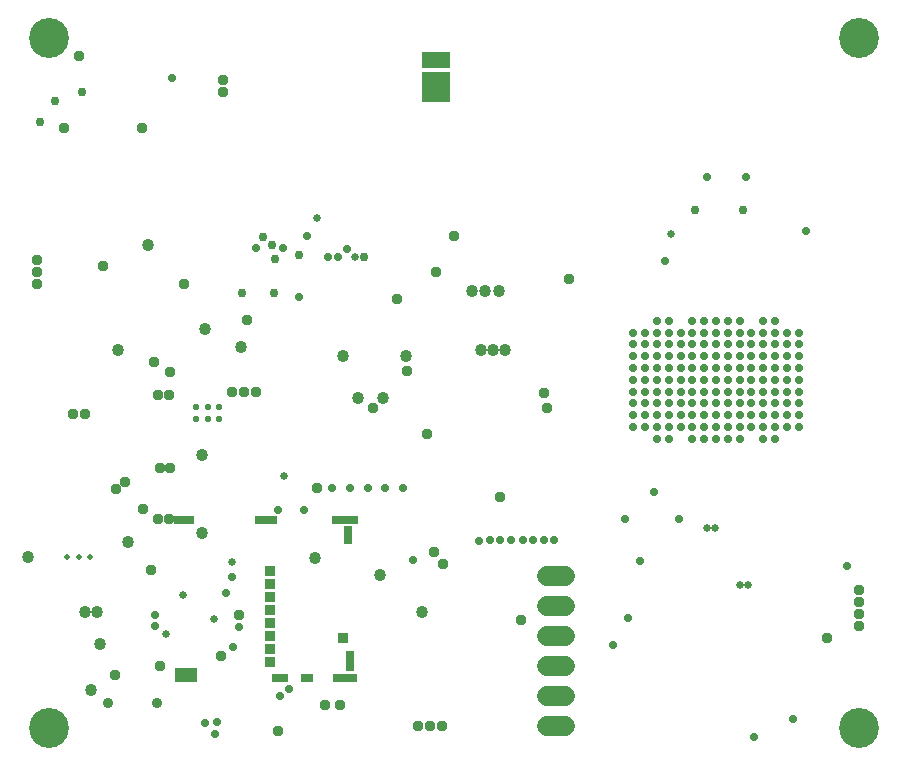
<source format=gbs>
G75*
%MOIN*%
%OFA0B0*%
%FSLAX25Y25*%
%IPPOS*%
%LPD*%
%AMOC8*
5,1,8,0,0,1.08239X$1,22.5*
%
%ADD10C,0.13300*%
%ADD11C,0.02769*%
%ADD12C,0.06800*%
%ADD13R,0.09461X0.09855*%
%ADD14R,0.09461X0.05524*%
%ADD15C,0.02867*%
%ADD16C,0.02276*%
%ADD17C,0.02000*%
%ADD18R,0.03556X0.03320*%
%ADD19R,0.06509X0.03044*%
%ADD20R,0.07296X0.02847*%
%ADD21R,0.08517X0.03044*%
%ADD22R,0.02572X0.05918*%
%ADD23R,0.03556X0.03556*%
%ADD24R,0.02965X0.06902*%
%ADD25R,0.08083X0.03044*%
%ADD26R,0.04028X0.02847*%
%ADD27R,0.05328X0.02847*%
%ADD28R,0.07493X0.04776*%
%ADD29C,0.03556*%
%ADD30C,0.04048*%
%ADD31C,0.02572*%
%ADD32C,0.03753*%
%ADD33C,0.02965*%
D10*
X0012050Y0012374D03*
X0012050Y0242374D03*
X0282050Y0242374D03*
X0282050Y0012374D03*
D11*
X0053050Y0228917D03*
D12*
X0178050Y0062874D02*
X0184050Y0062874D01*
X0184050Y0052874D02*
X0178050Y0052874D01*
X0178050Y0042874D02*
X0184050Y0042874D01*
X0184050Y0032874D02*
X0178050Y0032874D01*
X0178050Y0022874D02*
X0184050Y0022874D01*
X0184050Y0012874D02*
X0178050Y0012874D01*
D13*
X0141050Y0226028D03*
D14*
X0141050Y0234886D03*
D15*
X0098050Y0176374D03*
X0090050Y0172374D03*
X0081050Y0172374D03*
X0095550Y0155874D03*
X0105050Y0169374D03*
X0108550Y0169374D03*
X0111550Y0171874D03*
X0112550Y0092374D03*
X0106550Y0092374D03*
X0118550Y0092374D03*
X0124050Y0092374D03*
X0130050Y0092374D03*
X0155550Y0074741D03*
X0159050Y0074874D03*
X0162550Y0074874D03*
X0166050Y0074874D03*
X0170050Y0074874D03*
X0173550Y0074874D03*
X0177050Y0074874D03*
X0180550Y0074874D03*
X0204050Y0081874D03*
X0213727Y0090874D03*
X0222050Y0081874D03*
X0209050Y0067874D03*
X0205050Y0048874D03*
X0200050Y0039874D03*
X0247050Y0009374D03*
X0260050Y0015374D03*
X0278050Y0066374D03*
X0254235Y0108689D03*
X0250298Y0108689D03*
X0250298Y0112626D03*
X0246361Y0112626D03*
X0242424Y0112626D03*
X0242424Y0116563D03*
X0246361Y0116563D03*
X0250298Y0116563D03*
X0250298Y0120500D03*
X0246361Y0120500D03*
X0242424Y0120500D03*
X0242424Y0124437D03*
X0246361Y0124437D03*
X0250298Y0124437D03*
X0250298Y0128374D03*
X0246361Y0128374D03*
X0242424Y0128374D03*
X0242424Y0132311D03*
X0246361Y0132311D03*
X0250298Y0132311D03*
X0250298Y0136248D03*
X0246361Y0136248D03*
X0242424Y0136248D03*
X0238487Y0136248D03*
X0234550Y0136248D03*
X0230613Y0136248D03*
X0230613Y0132311D03*
X0230613Y0128374D03*
X0234550Y0128374D03*
X0238487Y0128374D03*
X0238487Y0132311D03*
X0234550Y0132311D03*
X0234550Y0124437D03*
X0234550Y0120500D03*
X0230613Y0120500D03*
X0230613Y0124437D03*
X0226676Y0124437D03*
X0226676Y0120500D03*
X0222739Y0120500D03*
X0222739Y0124437D03*
X0218802Y0124437D03*
X0218802Y0120500D03*
X0218802Y0116563D03*
X0222739Y0116563D03*
X0226676Y0116563D03*
X0226676Y0112626D03*
X0222739Y0112626D03*
X0218802Y0112626D03*
X0218802Y0108689D03*
X0214865Y0108689D03*
X0214865Y0112626D03*
X0214865Y0116563D03*
X0210928Y0116563D03*
X0210928Y0112626D03*
X0206991Y0112626D03*
X0206991Y0116563D03*
X0206991Y0120500D03*
X0210928Y0120500D03*
X0214865Y0120500D03*
X0214865Y0124437D03*
X0210928Y0124437D03*
X0206991Y0124437D03*
X0206991Y0128374D03*
X0210928Y0128374D03*
X0214865Y0128374D03*
X0214865Y0132311D03*
X0210928Y0132311D03*
X0206991Y0132311D03*
X0206991Y0136248D03*
X0210928Y0136248D03*
X0214865Y0136248D03*
X0218802Y0136248D03*
X0222739Y0136248D03*
X0226676Y0136248D03*
X0226676Y0132311D03*
X0226676Y0128374D03*
X0222739Y0128374D03*
X0222739Y0132311D03*
X0218802Y0132311D03*
X0218802Y0128374D03*
X0218802Y0140185D03*
X0222739Y0140185D03*
X0226676Y0140185D03*
X0226676Y0144122D03*
X0222739Y0144122D03*
X0218802Y0144122D03*
X0214865Y0144122D03*
X0214865Y0140185D03*
X0210928Y0140185D03*
X0210928Y0144122D03*
X0206991Y0144122D03*
X0206991Y0140185D03*
X0214865Y0148059D03*
X0218802Y0148059D03*
X0226676Y0148059D03*
X0230613Y0148059D03*
X0234550Y0148059D03*
X0238487Y0148059D03*
X0238487Y0144122D03*
X0238487Y0140185D03*
X0234550Y0140185D03*
X0230613Y0140185D03*
X0230613Y0144122D03*
X0234550Y0144122D03*
X0242424Y0144122D03*
X0242424Y0140185D03*
X0246361Y0140185D03*
X0250298Y0140185D03*
X0250298Y0144122D03*
X0246361Y0144122D03*
X0242424Y0148059D03*
X0250298Y0148059D03*
X0254235Y0148059D03*
X0254235Y0144122D03*
X0254235Y0140185D03*
X0258172Y0140185D03*
X0258172Y0144122D03*
X0262109Y0144122D03*
X0262109Y0140185D03*
X0262109Y0136248D03*
X0258172Y0136248D03*
X0254235Y0136248D03*
X0254235Y0132311D03*
X0254235Y0128374D03*
X0258172Y0128374D03*
X0258172Y0132311D03*
X0262109Y0132311D03*
X0262109Y0128374D03*
X0262109Y0124437D03*
X0258172Y0124437D03*
X0254235Y0124437D03*
X0254235Y0120500D03*
X0258172Y0120500D03*
X0262109Y0120500D03*
X0262109Y0116563D03*
X0258172Y0116563D03*
X0254235Y0116563D03*
X0254235Y0112626D03*
X0258172Y0112626D03*
X0262109Y0112626D03*
X0242424Y0108689D03*
X0238487Y0108689D03*
X0234550Y0108689D03*
X0230613Y0108689D03*
X0230613Y0112626D03*
X0230613Y0116563D03*
X0234550Y0116563D03*
X0238487Y0116563D03*
X0238487Y0112626D03*
X0234550Y0112626D03*
X0238487Y0120500D03*
X0238487Y0124437D03*
X0226676Y0108689D03*
X0217550Y0167874D03*
X0231550Y0195874D03*
X0244550Y0195874D03*
X0264550Y0177874D03*
X0133550Y0068374D03*
X0097050Y0084874D03*
X0088550Y0084874D03*
X0073310Y0062610D03*
X0071050Y0057374D03*
X0075550Y0045874D03*
X0073550Y0039374D03*
X0089050Y0022874D03*
X0092050Y0025374D03*
X0068050Y0014374D03*
X0067550Y0010374D03*
X0064050Y0014107D03*
X0047550Y0046374D03*
X0047550Y0049874D03*
D16*
X0061113Y0115406D03*
X0061113Y0119343D03*
X0065050Y0119343D03*
X0068987Y0119343D03*
X0068987Y0115406D03*
X0065050Y0115406D03*
D17*
X0025790Y0069374D03*
X0022050Y0069374D03*
X0018310Y0069374D03*
D18*
X0085731Y0064705D03*
X0085731Y0060374D03*
X0085731Y0056043D03*
X0085731Y0051713D03*
X0085731Y0047382D03*
X0085731Y0043051D03*
X0085731Y0038720D03*
X0085731Y0034390D03*
D19*
X0057286Y0081693D03*
D20*
X0084648Y0081791D03*
D21*
X0110810Y0081693D03*
D22*
X0111932Y0076634D03*
D23*
X0110141Y0042264D03*
D24*
X0112404Y0034803D03*
D25*
X0111026Y0029055D03*
D26*
X0098093Y0028957D03*
D27*
X0089373Y0028957D03*
D28*
X0057778Y0029921D03*
D29*
X0048219Y0020520D03*
X0031881Y0020520D03*
D30*
X0026050Y0024874D03*
X0029050Y0040374D03*
X0028050Y0050874D03*
X0024050Y0050874D03*
X0005050Y0069374D03*
X0038550Y0074374D03*
X0063369Y0077217D03*
X0063050Y0103374D03*
X0100896Y0068886D03*
X0122550Y0063374D03*
X0136550Y0050874D03*
X0123550Y0122374D03*
X0115050Y0122374D03*
X0110050Y0136374D03*
X0131050Y0136374D03*
X0156050Y0138374D03*
X0160050Y0138374D03*
X0164050Y0138374D03*
X0162050Y0157874D03*
X0157550Y0157874D03*
X0153050Y0157874D03*
X0076050Y0139374D03*
X0064050Y0145374D03*
X0035050Y0138374D03*
X0045050Y0173374D03*
D31*
X0101550Y0182374D03*
X0114050Y0169374D03*
X0090562Y0096339D03*
X0073239Y0067598D03*
X0056977Y0056503D03*
X0067259Y0048512D03*
X0051192Y0043583D03*
X0219550Y0176874D03*
X0231550Y0078874D03*
X0234050Y0078874D03*
X0242550Y0059874D03*
X0245050Y0059874D03*
D32*
X0271550Y0042374D03*
X0282050Y0046374D03*
X0282050Y0050374D03*
X0282050Y0054374D03*
X0282050Y0058374D03*
X0178050Y0118874D03*
X0177050Y0123874D03*
X0162550Y0089374D03*
X0140550Y0070874D03*
X0143550Y0066874D03*
X0169550Y0048374D03*
X0143050Y0012874D03*
X0139050Y0012874D03*
X0135050Y0012874D03*
X0109050Y0019874D03*
X0104050Y0019874D03*
X0088550Y0011374D03*
X0069550Y0036374D03*
X0075550Y0049874D03*
X0049050Y0032874D03*
X0034050Y0029874D03*
X0046050Y0064874D03*
X0048550Y0081874D03*
X0052050Y0081874D03*
X0043550Y0085374D03*
X0034550Y0091874D03*
X0037550Y0094374D03*
X0049050Y0098874D03*
X0052550Y0098874D03*
X0024050Y0116874D03*
X0020050Y0116874D03*
X0047050Y0134374D03*
X0052550Y0131098D03*
X0052050Y0123374D03*
X0048550Y0123374D03*
X0073050Y0124374D03*
X0077050Y0124374D03*
X0081050Y0124374D03*
X0078050Y0148374D03*
X0057050Y0160374D03*
X0030050Y0166374D03*
X0008050Y0164374D03*
X0008050Y0160374D03*
X0008050Y0168374D03*
X0017050Y0212374D03*
X0022050Y0236374D03*
X0043050Y0212374D03*
X0070050Y0224374D03*
X0070050Y0228374D03*
X0141050Y0164374D03*
X0128050Y0155374D03*
X0131550Y0131374D03*
X0120050Y0118874D03*
X0138050Y0110374D03*
X0101550Y0092374D03*
X0185550Y0161874D03*
X0147050Y0176374D03*
D33*
X0117050Y0169344D03*
X0095550Y0169874D03*
X0087550Y0168768D03*
X0086550Y0173374D03*
X0083550Y0175874D03*
X0087050Y0157374D03*
X0076550Y0157374D03*
X0009050Y0214374D03*
X0014050Y0221374D03*
X0023050Y0224374D03*
X0227550Y0184874D03*
X0243550Y0184874D03*
M02*

</source>
